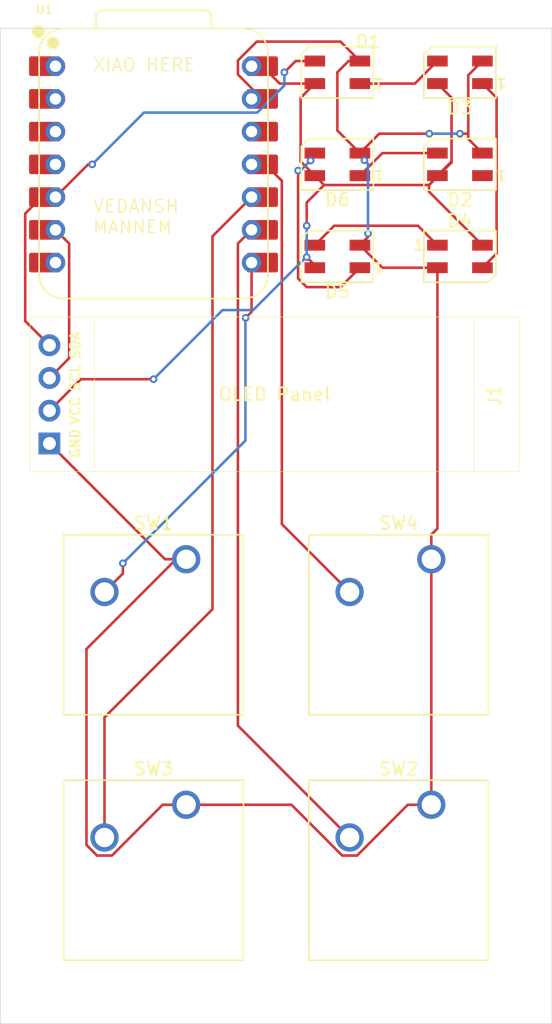
<source format=kicad_pcb>
(kicad_pcb (version 20241229) (generator "pcbnew") (generator_version "9.0")
  (layers (0 "F.Cu" signal) (2 "B.Cu" signal) (13 "F.Paste" user) (15 "B.Paste" user) (5 "F.SilkS" user "F.Silkscreen") (7 "B.SilkS" user "B.Silkscreen") (1 "F.Mask" user) (3 "B.Mask" user) (25 "Edge.Cuts" user))
  (net 0 "")
  (net 1 "Net-(D1-DOUT)")
  (net 2 "+5V")
  (net 3 "GND")
  (net 4 "Net-(D1-DIN)")
  (net 6 "Net-(U1-GPIO1{slash}RX)")
  (net 7 "Net-(U1-GPIO2{slash}SCK)")
  (net 8 "Net-(U1-GPIO4{slash}MISO)")
  (net 9 "Net-(U1-GPIO3{slash}MOSI)")
  (net 12 "Net-(J1-Pin_3)")
  (net 17 "Net-(D2-DIN)")
  (net 18 "Net-(D3-DOUT)")
  (net 19 "Net-(D4-DOUT)")
  (net 20 "Net-(D5-DOUT)")
  (footprint "Button_Switch_Keyboard:SW_Cherry_MX_1.00u_PCB" (layer "F.Cu") (at 162.08375 80.645)
    (property "Reference" "SW3" (at -2.54 -2.794 0) (layer "F.SilkS"))
    (property "Value" "SW_Push")
    (fp_line (start -9.525 -1.905) (end 4.445 -1.905) (stroke (width 0.12)) (layer "F.SilkS"))
    (fp_line (start -9.525 12.065) (end -9.525 -1.905) (stroke (width 0.12)) (layer "F.SilkS"))
    (fp_line (start 4.445 -1.905) (end 4.445 12.065) (stroke (width 0.12)) (layer "F.SilkS"))
    (fp_line (start 4.445 12.065) (end -9.525 12.065) (stroke (width 0.12)) (layer "F.SilkS"))
    (pad "" np_thru_hole circle (at -7.62 5.08) (size 1.7 1.7) (drill 1.7) (layers "*.Cu" "*.Mask"))
    (pad "" np_thru_hole circle (at -2.54 5.08) (size 4 4) (drill 4) (layers "*.Cu" "*.Mask"))
    (pad "" np_thru_hole circle (at 2.54 5.08) (size 1.7 1.7) (drill 1.7) (layers "*.Cu" "*.Mask"))
    (pad "1" thru_hole circle (at 0 0) (size 2.2 2.2) (drill 1.5) (layers "*.Cu" "*.Mask") (net 3 "GND"))
    (pad "2" thru_hole circle (at -6.35 2.54) (size 2.2 2.2) (drill 1.5) (layers "*.Cu" "*.Mask") (net 8 "Net-(U1-GPIO4{slash}MISO)"))
  )
  (footprint "LED_SMD:LED_SK6812MINI_PLCC4_3.5x3.5mm_P1.75mm" (layer "F.Cu") (at 183.35625 30.95625 180)
    (property "Reference" "D2" (at 0 -2.75 0) (layer "F.SilkS"))
    (property "Value" "SK6812MINI")
    (fp_line (start 2.8 1.4) (end 2.8 -2) (stroke (width 0.12)) (layer "F.SilkS"))
    (fp_line (start 2.8 1.4) (end 2.2 2) (stroke (width 0.12)) (layer "F.SilkS"))
    (fp_line (start -2.8 2) (end 2.2 2) (stroke (width 0.12)) (layer "F.SilkS"))
    (fp_line (start -2.8 -2) (end 2.8 -2) (stroke (width 0.12)) (layer "F.SilkS"))
    (fp_line (start -2.8 -2) (end -2.8 2) (stroke (width 0.12)) (layer "F.SilkS"))
    (fp_text user "1" (at -3.2 -0.875 180) (layer "F.SilkS") (effects (font (size 0.8 0.8))))
    (pad "1" smd rect (at -1.75 -0.875 180) (size 1.6 0.85) (layers "F.Cu" "F.Mask" "F.Paste"))
    (pad "2" smd rect (at -1.75 0.875 180) (size 1.6 0.85) (layers "F.Cu" "F.Mask" "F.Paste") (net 3 "GND"))
    (pad "3" smd rect (at 1.75 0.875 180) (size 1.6 0.85) (layers "F.Cu" "F.Mask" "F.Paste") (net 17 "Net-(D2-DIN)"))
    (pad "4" smd rect (at 1.75 -0.875 180) (size 1.6 0.85) (layers "F.Cu" "F.Mask" "F.Paste") (net 2 "+5V"))
  )
  (footprint "Button_Switch_Keyboard:SW_Cherry_MX_1.00u_PCB" (layer "F.Cu") (at 181.13375 80.645)
    (property "Reference" "SW2" (at -2.54 -2.794 0) (layer "F.SilkS"))
    (property "Value" "SW_Push")
    (fp_line (start -9.525 -1.905) (end 4.445 -1.905) (stroke (width 0.12)) (layer "F.SilkS"))
    (fp_line (start -9.525 12.065) (end -9.525 -1.905) (stroke (width 0.12)) (layer "F.SilkS"))
    (fp_line (start 4.445 -1.905) (end 4.445 12.065) (stroke (width 0.12)) (layer "F.SilkS"))
    (fp_line (start 4.445 12.065) (end -9.525 12.065) (stroke (width 0.12)) (layer "F.SilkS"))
    (pad "" np_thru_hole circle (at -7.62 5.08) (size 1.7 1.7) (drill 1.7) (layers "*.Cu" "*.Mask"))
    (pad "" np_thru_hole circle (at -2.54 5.08) (size 4 4) (drill 4) (layers "*.Cu" "*.Mask"))
    (pad "" np_thru_hole circle (at 2.54 5.08) (size 1.7 1.7) (drill 1.7) (layers "*.Cu" "*.Mask"))
    (pad "1" thru_hole circle (at 0 0) (size 2.2 2.2) (drill 1.5) (layers "*.Cu" "*.Mask") (net 3 "GND"))
    (pad "2" thru_hole circle (at -6.35 2.54) (size 2.2 2.2) (drill 1.5) (layers "*.Cu" "*.Mask") (net 7 "Net-(U1-GPIO2{slash}SCK)"))
  )
  (footprint "Button_Switch_Keyboard:SW_Cherry_MX_1.00u_PCB" (layer "F.Cu") (at 162.08375 61.595)
    (property "Reference" "SW1" (at -2.54 -2.794 0) (layer "F.SilkS"))
    (property "Value" "SW_Push")
    (fp_line (start -9.525 -1.905) (end 4.445 -1.905) (stroke (width 0.12)) (layer "F.SilkS"))
    (fp_line (start -9.525 12.065) (end -9.525 -1.905) (stroke (width 0.12)) (layer "F.SilkS"))
    (fp_line (start 4.445 -1.905) (end 4.445 12.065) (stroke (width 0.12)) (layer "F.SilkS"))
    (fp_line (start 4.445 12.065) (end -9.525 12.065) (stroke (width 0.12)) (layer "F.SilkS"))
    (pad "" np_thru_hole circle (at -7.62 5.08) (size 1.7 1.7) (drill 1.7) (layers "*.Cu" "*.Mask"))
    (pad "" np_thru_hole circle (at -2.54 5.08) (size 4 4) (drill 4) (layers "*.Cu" "*.Mask"))
    (pad "" np_thru_hole circle (at 2.54 5.08) (size 1.7 1.7) (drill 1.7) (layers "*.Cu" "*.Mask"))
    (pad "1" thru_hole circle (at 0 0) (size 2.2 2.2) (drill 1.5) (layers "*.Cu" "*.Mask") (net 3 "GND"))
    (pad "2" thru_hole circle (at -6.35 2.54) (size 2.2 2.2) (drill 1.5) (layers "*.Cu" "*.Mask") (net 6 "Net-(U1-GPIO1{slash}RX)"))
  )
  (footprint "Button_Switch_Keyboard:SW_Cherry_MX_1.00u_PCB" (layer "F.Cu") (at 181.13375 61.595)
    (property "Reference" "SW4" (at -2.54 -2.794 0) (layer "F.SilkS"))
    (property "Value" "SW_Push")
    (fp_line (start -9.525 -1.905) (end 4.445 -1.905) (stroke (width 0.12)) (layer "F.SilkS"))
    (fp_line (start -9.525 12.065) (end -9.525 -1.905) (stroke (width 0.12)) (layer "F.SilkS"))
    (fp_line (start 4.445 -1.905) (end 4.445 12.065) (stroke (width 0.12)) (layer "F.SilkS"))
    (fp_line (start 4.445 12.065) (end -9.525 12.065) (stroke (width 0.12)) (layer "F.SilkS"))
    (pad "" np_thru_hole circle (at -7.62 5.08) (size 1.7 1.7) (drill 1.7) (layers "*.Cu" "*.Mask"))
    (pad "" np_thru_hole circle (at -2.54 5.08) (size 4 4) (drill 4) (layers "*.Cu" "*.Mask"))
    (pad "" np_thru_hole circle (at 2.54 5.08) (size 1.7 1.7) (drill 1.7) (layers "*.Cu" "*.Mask"))
    (pad "1" thru_hole circle (at 0 0) (size 2.2 2.2) (drill 1.5) (layers "*.Cu" "*.Mask") (net 3 "GND"))
    (pad "2" thru_hole circle (at -6.35 2.54) (size 2.2 2.2) (drill 1.5) (layers "*.Cu" "*.Mask") (net 9 "Net-(U1-GPIO3{slash}MOSI)"))
  )
  (footprint "LED_SMD:LED_SK6812MINI_PLCC4_3.5x3.5mm_P1.75mm" (layer "F.Cu") (at 173.83125 23.8125 180)
    (property "Reference" "D1" (at -2.38125 2.38125 0) (layer "F.SilkS"))
    (property "Value" "SK6812MINI")
    (fp_line (start 2.8 1.4) (end 2.8 -2) (stroke (width 0.12)) (layer "F.SilkS"))
    (fp_line (start 2.8 1.4) (end 2.2 2) (stroke (width 0.12)) (layer "F.SilkS"))
    (fp_line (start -2.8 2) (end 2.2 2) (stroke (width 0.12)) (layer "F.SilkS"))
    (fp_line (start -2.8 -2) (end 2.8 -2) (stroke (width 0.12)) (layer "F.SilkS"))
    (fp_line (start -2.8 -2) (end -2.8 2) (stroke (width 0.12)) (layer "F.SilkS"))
    (fp_text user "1" (at -3.2 -0.875 180) (layer "F.SilkS") (effects (font (size 0.8 0.8))))
    (pad "1" smd rect (at -1.75 -0.875 180) (size 1.6 0.85) (layers "F.Cu" "F.Mask" "F.Paste") (net 1 "Net-(D1-DOUT)"))
    (pad "2" smd rect (at -1.75 0.875 180) (size 1.6 0.85) (layers "F.Cu" "F.Mask" "F.Paste") (net 3 "GND"))
    (pad "3" smd rect (at 1.75 0.875 180) (size 1.6 0.85) (layers "F.Cu" "F.Mask" "F.Paste") (net 4 "Net-(D1-DIN)"))
    (pad "4" smd rect (at 1.75 -0.875 180) (size 1.6 0.85) (layers "F.Cu" "F.Mask" "F.Paste") (net 2 "+5V"))
  )
  (footprint "LED_SMD:LED_SK6812MINI_PLCC4_3.5x3.5mm_P1.75mm" (layer "F.Cu") (at 173.83125 30.95625 180)
    (property "Reference" "D6" (at 0 -2.75 0) (layer "F.SilkS"))
    (property "Value" "SK6812MINI")
    (fp_line (start 2.8 1.4) (end 2.8 -2) (stroke (width 0.12)) (layer "F.SilkS"))
    (fp_line (start 2.8 1.4) (end 2.2 2) (stroke (width 0.12)) (layer "F.SilkS"))
    (fp_line (start -2.8 2) (end 2.2 2) (stroke (width 0.12)) (layer "F.SilkS"))
    (fp_line (start -2.8 -2) (end 2.8 -2) (stroke (width 0.12)) (layer "F.SilkS"))
    (fp_line (start -2.8 -2) (end -2.8 2) (stroke (width 0.12)) (layer "F.SilkS"))
    (fp_text user "1" (at -3.2 -0.875 180) (layer "F.SilkS") (effects (font (size 0.8 0.8))))
    (pad "1" smd rect (at -1.75 -0.875 180) (size 1.6 0.85) (layers "F.Cu" "F.Mask" "F.Paste") (net 17 "Net-(D2-DIN)"))
    (pad "2" smd rect (at -1.75 0.875 180) (size 1.6 0.85) (layers "F.Cu" "F.Mask" "F.Paste") (net 3 "GND"))
    (pad "3" smd rect (at 1.75 0.875 180) (size 1.6 0.85) (layers "F.Cu" "F.Mask" "F.Paste") (net 20 "Net-(D5-DOUT)"))
    (pad "4" smd rect (at 1.75 -0.875 180) (size 1.6 0.85) (layers "F.Cu" "F.Mask" "F.Paste") (net 2 "+5V"))
  )
  (footprint "LED_SMD:LED_SK6812MINI_PLCC4_3.5x3.5mm_P1.75mm" (layer "F.Cu") (at 173.83125 38.1 180)
    (property "Reference" "D5" (at 0 -2.75 0) (layer "F.SilkS"))
    (property "Value" "SK6812MINI")
    (fp_line (start 2.8 1.4) (end 2.8 -2) (stroke (width 0.12)) (layer "F.SilkS"))
    (fp_line (start 2.8 1.4) (end 2.2 2) (stroke (width 0.12)) (layer "F.SilkS"))
    (fp_line (start -2.8 2) (end 2.2 2) (stroke (width 0.12)) (layer "F.SilkS"))
    (fp_line (start -2.8 -2) (end 2.8 -2) (stroke (width 0.12)) (layer "F.SilkS"))
    (fp_line (start -2.8 -2) (end -2.8 2) (stroke (width 0.12)) (layer "F.SilkS"))
    (fp_text user "1" (at -3.2 -0.875 180) (layer "F.SilkS") (effects (font (size 0.8 0.8))))
    (pad "1" smd rect (at -1.75 -0.875 180) (size 1.6 0.85) (layers "F.Cu" "F.Mask" "F.Paste") (net 20 "Net-(D5-DOUT)"))
    (pad "2" smd rect (at -1.75 0.875 180) (size 1.6 0.85) (layers "F.Cu" "F.Mask" "F.Paste") (net 3 "GND"))
    (pad "3" smd rect (at 1.75 0.875 180) (size 1.6 0.85) (layers "F.Cu" "F.Mask" "F.Paste") (net 19 "Net-(D4-DOUT)"))
    (pad "4" smd rect (at 1.75 -0.875 180) (size 1.6 0.85) (layers "F.Cu" "F.Mask" "F.Paste") (net 2 "+5V"))
  )
  (footprint "LED_SMD:LED_SK6812MINI_PLCC4_3.5x3.5mm_P1.75mm" (layer "F.Cu") (at 183.35625 38.1)
    (property "Reference" "D4" (at 0 -2.75 0) (layer "F.SilkS"))
    (property "Value" "SK6812MINI")
    (fp_line (start -2.8 -2) (end -2.8 2) (stroke (width 0.12)) (layer "F.SilkS"))
    (fp_line (start -2.8 -2) (end 2.8 -2) (stroke (width 0.12)) (layer "F.SilkS"))
    (fp_line (start -2.8 2) (end 2.2 2) (stroke (width 0.12)) (layer "F.SilkS"))
    (fp_line (start 2.8 1.4) (end 2.2 2) (stroke (width 0.12)) (layer "F.SilkS"))
    (fp_line (start 2.8 1.4) (end 2.8 -2) (stroke (width 0.12)) (layer "F.SilkS"))
    (fp_text user "1" (at -3.2 -0.875 0) (layer "F.SilkS") (effects (font (size 0.8 0.8))))
    (pad "1" smd rect (at -1.75 -0.875) (size 1.6 0.85) (layers "F.Cu" "F.Mask" "F.Paste") (net 19 "Net-(D4-DOUT)"))
    (pad "2" smd rect (at -1.75 0.875) (size 1.6 0.85) (layers "F.Cu" "F.Mask" "F.Paste") (net 3 "GND"))
    (pad "3" smd rect (at 1.75 0.875) (size 1.6 0.85) (layers "F.Cu" "F.Mask" "F.Paste") (net 18 "Net-(D3-DOUT)"))
    (pad "4" smd rect (at 1.75 -0.875) (size 1.6 0.85) (layers "F.Cu" "F.Mask" "F.Paste") (net 2 "+5V"))
  )
  (footprint "LED_SMD:LED_SK6812MINI_PLCC4_3.5x3.5mm_P1.75mm" (layer "F.Cu") (at 183.35625 23.8125 180)
    (property "Reference" "D3" (at 0 -2.75 0) (layer "F.SilkS"))
    (property "Value" "SK6812MINI")
    (fp_line (start 2.8 1.4) (end 2.8 -2) (stroke (width 0.12)) (layer "F.SilkS"))
    (fp_line (start 2.8 1.4) (end 2.2 2) (stroke (width 0.12)) (layer "F.SilkS"))
    (fp_line (start -2.8 2) (end 2.2 2) (stroke (width 0.12)) (layer "F.SilkS"))
    (fp_line (start -2.8 -2) (end 2.8 -2) (stroke (width 0.12)) (layer "F.SilkS"))
    (fp_line (start -2.8 -2) (end -2.8 2) (stroke (width 0.12)) (layer "F.SilkS"))
    (fp_text user "1" (at -3.2 -0.875 180) (layer "F.SilkS") (effects (font (size 0.8 0.8))))
    (pad "1" smd rect (at -1.75 -0.875 180) (size 1.6 0.85) (layers "F.Cu" "F.Mask" "F.Paste") (net 18 "Net-(D3-DOUT)"))
    (pad "2" smd rect (at -1.75 0.875 180) (size 1.6 0.85) (layers "F.Cu" "F.Mask" "F.Paste") (net 3 "GND"))
    (pad "3" smd rect (at 1.75 0.875 180) (size 1.6 0.85) (layers "F.Cu" "F.Mask" "F.Paste") (net 1 "Net-(D1-DOUT)"))
    (pad "4" smd rect (at 1.75 -0.875 180) (size 1.6 0.85) (layers "F.Cu" "F.Mask" "F.Paste") (net 2 "+5V"))
  )
  (footprint "OLED:SSD1306-0.91-OLED-4pin-128x32" (layer "F.Cu") (at 187.95375 54.8 180)
    (property "Reference" "J1" (at 1.9 5.91 90) (layer "F.SilkS"))
    (property "Value" "Conn_01x04")
    (fp_line (start 38 12) (end 38 0) (stroke (width 0.04)) (layer "F.SilkS"))
    (fp_line (start 38 0) (end 0 0) (stroke (width 0.04)) (layer "F.SilkS"))
    (fp_line (start 33 0) (end 33 12) (stroke (width 0.04)) (layer "F.SilkS"))
    (fp_line (start 3.5 0) (end 3.5 12) (stroke (width 0.04)) (layer "F.SilkS"))
    (fp_line (start 0 12) (end 38 12) (stroke (width 0.04)) (layer "F.SilkS"))
    (fp_line (start 0 0) (end 0 12) (stroke (width 0.04)) (layer "F.SilkS"))
    (fp_text user "VCC" (at 34.5 4.73 90) (layer "F.SilkS") (effects (font (size 0.75 0.75))))
    (fp_text user "OLED Panel" (at 19 6 0) (layer "F.SilkS"))
    (fp_text user "SCL" (at 34.5 7.27 90) (layer "F.SilkS") (effects (font (size 0.75 0.75))))
    (fp_text user "GND" (at 34.5 2.19 90) (layer "F.SilkS") (effects (font (size 0.75 0.75))))
    (fp_text user "SDA" (at 34.5 9.81 90) (layer "F.SilkS") (effects (font (size 0.75 0.75))))
    (pad "1" thru_hole rect (at 36.5 2.19 180) (size 1.7 1.7) (drill 1) (layers "*.Cu" "*.Mask") (net 3 "GND"))
    (pad "2" thru_hole oval (at 36.5 4.73 180) (size 1.7 1.7) (drill 1) (layers "*.Cu" "*.Mask") (net 2 "+5V"))
    (pad "3" thru_hole oval (at 36.5 7.27 180) (size 1.7 1.7) (drill 1) (layers "*.Cu" "*.Mask") (net 12 "Net-(J1-Pin_3)"))
    (pad "4" thru_hole oval (at 36.5 9.81 180) (size 1.7 1.7) (drill 1) (layers "*.Cu" "*.Mask") (net 4 "Net-(D1-DIN)"))
  )
  (footprint "OPL:XIAO-RP2040-DIP" (layer "F.Cu") (at 159.54375 30.95625)
    (property "Reference" "U1" (at -8.5 -12 0) (layer "F.SilkS") (effects (font (size 0.635 0.635) (thickness 0.1016))))
    (property "Value" "XIAO-RP2040-DIP")
    (fp_line (start -8.89 8.509) (end -8.89 -8.636) (stroke (width 0.127)) (layer "F.SilkS"))
    (fp_line (start -6.985 10.414) (end 6.985 10.414) (stroke (width 0.127)) (layer "F.SilkS"))
    (fp_line (start -4.495 -10.541) (end -4.491272 -11.451272) (stroke (width 0.127)) (layer "F.SilkS"))
    (fp_line (start -3.991272 -11.951) (end 4.004 -11.951) (stroke (width 0.127)) (layer "F.SilkS"))
    (fp_line (start 4.504 -11.451) (end 4.504 -10.541) (stroke (width 0.127)) (layer "F.SilkS"))
    (fp_line (start 6.985 -10.541) (end -6.985 -10.541) (stroke (width 0.1)) (layer "F.SilkS"))
    (fp_line (start 6.985 -10.541) (end -6.985 -10.541) (stroke (width 0.127)) (layer "F.SilkS"))
    (fp_line (start 8.89 8.509) (end 8.89 -8.636) (stroke (width 0.127)) (layer "F.SilkS"))
    (fp_arc (start -8.89 -8.636) (mid -8.332038 -9.983038) (end -6.985 -10.541) (stroke (width 0.127)) (layer "F.SilkS"))
    (fp_arc (start -6.985 10.414) (mid -8.332038 9.856038) (end -8.89 8.509) (stroke (width 0.127)) (layer "F.SilkS"))
    (fp_arc (start -4.491272 -11.451272) (mid -4.344728 -11.80464) (end -3.991272 -11.951) (stroke (width 0.127)) (layer "F.SilkS"))
    (fp_arc (start 4.004 -11.951) (mid 4.357553 -11.804553) (end 4.504 -11.451) (stroke (width 0.127)) (layer "F.SilkS"))
    (fp_arc (start 6.985 -10.541) (mid 8.332038 -9.983038) (end 8.89 -8.636) (stroke (width 0.127)) (layer "F.SilkS"))
    (fp_arc (start 8.89 8.509) (mid 8.332038 9.856038) (end 6.985 10.414) (stroke (width 0.127)) (layer "F.SilkS"))
    (fp_circle (center -8.95 -10.3) (end -8.95 -10.554) (stroke (width 0.5)) (fill yes) (layer "F.SilkS"))
    (fp_circle (center -7.807 -9.42) (end -7.807 -9.674) (stroke (width 0.5)) (fill yes) (layer "F.SilkS"))
    (pad "1" smd roundrect (at -8.455 -7.62 180) (size 2.432 1.524) (layers "F.Cu" "F.Mask") (roundrect_rratio 0.1))
    (pad "1" thru_hole circle (at -7.62 -7.62 180) (size 1.524 1.524) (drill 0.889) (layers "*.Cu" "*.Mask"))
    (pad "2" smd roundrect (at -8.455 -5.08 180) (size 2.432 1.524) (layers "F.Cu" "F.Mask") (roundrect_rratio 0.1))
    (pad "2" thru_hole circle (at -7.62 -5.08 180) (size 1.524 1.524) (drill 0.889) (layers "*.Cu" "*.Mask"))
    (pad "3" smd roundrect (at -8.455 -2.54 180) (size 2.432 1.524) (layers "F.Cu" "F.Mask") (roundrect_rratio 0.1))
    (pad "3" thru_hole circle (at -7.62 -2.54 180) (size 1.524 1.524) (drill 0.889) (layers "*.Cu" "*.Mask"))
    (pad "4" smd roundrect (at -8.455 0 180) (size 2.432 1.524) (layers "F.Cu" "F.Mask") (roundrect_rratio 0.1))
    (pad "4" thru_hole circle (at -7.62 0 180) (size 1.524 1.524) (drill 0.889) (layers "*.Cu" "*.Mask"))
    (pad "5" smd roundrect (at -8.455 2.54 180) (size 2.432 1.524) (layers "F.Cu" "F.Mask") (roundrect_rratio 0.1) (net 4 "Net-(D1-DIN)"))
    (pad "5" thru_hole circle (at -7.62 2.54 180) (size 1.524 1.524) (drill 0.889) (layers "*.Cu" "*.Mask") (net 4 "Net-(D1-DIN)"))
    (pad "6" smd roundrect (at -8.455 5.08 180) (size 2.432 1.524) (layers "F.Cu" "F.Mask") (roundrect_rratio 0.1) (net 12 "Net-(J1-Pin_3)"))
    (pad "6" thru_hole circle (at -7.62 5.08 180) (size 1.524 1.524) (drill 0.889) (layers "*.Cu" "*.Mask") (net 12 "Net-(J1-Pin_3)"))
    (pad "7" smd roundrect (at -8.455 7.62 180) (size 2.432 1.524) (layers "F.Cu" "F.Mask") (roundrect_rratio 0.1))
    (pad "7" thru_hole circle (at -7.62 7.62 180) (size 1.524 1.524) (drill 0.889) (layers "*.Cu" "*.Mask"))
    (pad "8" thru_hole circle (at 7.62 7.62) (size 1.524 1.524) (drill 0.889) (layers "*.Cu" "*.Mask") (net 6 "Net-(U1-GPIO1{slash}RX)"))
    (pad "8" smd roundrect (at 8.455 7.62) (size 2.432 1.524) (layers "F.Cu" "F.Mask") (roundrect_rratio 0.1) (net 6 "Net-(U1-GPIO1{slash}RX)"))
    (pad "9" thru_hole circle (at 7.62 5.08) (size 1.524 1.524) (drill 0.889) (layers "*.Cu" "*.Mask") (net 7 "Net-(U1-GPIO2{slash}SCK)"))
    (pad "9" smd roundrect (at 8.455 5.08) (size 2.432 1.524) (layers "F.Cu" "F.Mask") (roundrect_rratio 0.1) (net 7 "Net-(U1-GPIO2{slash}SCK)"))
    (pad "10" thru_hole circle (at 7.62 2.54) (size 1.524 1.524) (drill 0.889) (layers "*.Cu" "*.Mask") (net 8 "Net-(U1-GPIO4{slash}MISO)"))
    (pad "10" smd roundrect (at 8.455 2.54) (size 2.432 1.524) (layers "F.Cu" "F.Mask") (roundrect_rratio 0.1) (net 8 "Net-(U1-GPIO4{slash}MISO)"))
    (pad "11" thru_hole circle (at 7.62 0) (size 1.524 1.524) (drill 0.889) (layers "*.Cu" "*.Mask") (net 9 "Net-(U1-GPIO3{slash}MOSI)"))
    (pad "11" smd roundrect (at 8.455 0) (size 2.432 1.524) (layers "F.Cu" "F.Mask") (roundrect_rratio 0.1) (net 9 "Net-(U1-GPIO3{slash}MOSI)"))
    (pad "12" thru_hole circle (at 7.62 -2.54) (size 1.524 1.524) (drill 0.889) (layers "*.Cu" "*.Mask"))
    (pad "12" smd roundrect (at 8.455 -2.54) (size 2.432 1.524) (layers "F.Cu" "F.Mask") (roundrect_rratio 0.1))
    (pad "13" thru_hole circle (at 7.62 -5.08) (size 1.524 1.524) (drill 0.889) (layers "*.Cu" "*.Mask") (net 3 "GND"))
    (pad "13" smd roundrect (at 8.455 -5.08) (size 2.432 1.524) (layers "F.Cu" "F.Mask") (roundrect_rratio 0.1) (net 3 "GND"))
    (pad "14" thru_hole circle (at 7.62 -7.62) (size 1.524 1.524) (drill 0.889) (layers "*.Cu" "*.Mask") (net 2 "+5V"))
    (pad "14" smd roundrect (at 8.455 -7.62) (size 2.432 1.524) (layers "F.Cu" "F.Mask") (roundrect_rratio 0.1) (net 2 "+5V"))
  )
  (gr_rect (start 147.6375 20.4) (end 190.5 97.63125) (stroke (width 0.05)) (fill no) (layer "Edge.Cuts"))
  (gr_text "VEDANSH\nMANNEM" (at 154.78125 36.4 0) (layer "F.SilkS") (effects (font (size 1 1) (thickness 0.1)) (justify left bottom)))
  (gr_text "XIAO HERE" (at 154.78125 23.8125 0) (layer "F.SilkS") (effects (font (size 1 1) (thickness 0.1)) (justify left bottom)))
  (segment (start 179.85625 24.6875) (end 181.60625 22.9375) (width 0.2) (layer "F.Cu") (net 1))
  (segment (start 175.58125 24.6875) (end 179.85625 24.6875) (width 0.2) (layer "F.Cu") (net 1))
  (segment (start 172.08125 24.6875) (end 170.98025 25.7885) (width 0.2) (layer "F.Cu") (net 2))
  (segment (start 169.35 24.6875) (end 167.99875 23.33625) (width 0.2) (layer "F.Cu") (net 2))
  (segment (start 172.80725 32.55725) (end 171.45 33.9145) (width 0.2) (layer "F.Cu") (net 2))
  (segment (start 172.08125 24.6875) (end 169.35 24.6875) (width 0.2) (layer "F.Cu") (net 2))
  (segment (start 151.45375 50.07) (end 153.89875 47.625) (width 0.2) (layer "F.Cu") (net 2))
  (segment (start 170.98025 25.7885) (end 170.98025 30.73025) (width 0.2) (layer "F.Cu") (net 2))
  (segment (start 170.98025 30.73025) (end 172.08125 31.83125) (width 0.2) (layer "F.Cu") (net 2))
  (segment (start 180.95725 32.55725) (end 172.80725 32.55725) (width 0.2) (layer "F.Cu") (net 2))
  (segment (start 182.70725 25.7885) (end 182.70725 30.73025) (width 0.2) (layer "F.Cu") (net 2))
  (segment (start 172.08125 38.975) (end 172.08125 38.781252) (width 0.2) (layer "F.Cu") (net 2))
  (segment (start 182.70725 30.80725) (end 180.95725 32.55725) (width 0.2) (layer "F.Cu") (net 2))
  (segment (start 180.95725 33.076) (end 180.95725 32.55725) (width 0.2) (layer "F.Cu") (net 2))
  (segment (start 185.10625 37.225) (end 180.95725 33.076) (width 0.2) (layer "F.Cu") (net 2))
  (segment (start 182.70725 30.73025) (end 181.60625 31.83125) (width 0.2) (layer "F.Cu") (net 2))
  (segment (start 172.80725 32.55725) (end 172.08125 31.83125) (width 0.2) (layer "F.Cu") (net 2))
  (segment (start 171.45 33.9145) (end 171.45 35.71875) (width 0.2) (layer "F.Cu") (net 2))
  (segment (start 153.89875 47.625) (end 159.54375 47.625) (width 0.2) (layer "F.Cu") (net 2))
  (segment (start 182.70725 25.7885) (end 182.70725 30.80725) (width 0.2) (layer "F.Cu") (net 2))
  (segment (start 172.08125 38.781252) (end 171.45 38.150002) (width 0.2) (layer "F.Cu") (net 2))
  (segment (start 181.60625 24.6875) (end 182.70725 25.7885) (width 0.2) (layer "F.Cu") (net 2))
  (via (at 171.45 38.150002) (size 0.6) (drill 0.3) (layers "F.Cu" "B.Cu") (net 2))
  (via (at 171.45 35.71875) (size 0.6) (drill 0.3) (layers "F.Cu" "B.Cu") (net 2))
  (via (at 159.54375 47.625) (size 0.6) (drill 0.3) (layers "F.Cu" "B.Cu") (net 2))
  (segment (start 167.2885 42.2615) (end 171.45 38.1) (width 0.2) (layer "B.Cu") (net 2))
  (segment (start 164.90725 42.2615) (end 167.2885 42.2615) (width 0.2) (layer "B.Cu") (net 2))
  (segment (start 159.54375 47.625) (end 164.90725 42.2615) (width 0.2) (layer "B.Cu") (net 2))
  (segment (start 171.45 35.71875) (end 171.45 38.150002) (width 0.2) (layer "B.Cu") (net 2))
  (segment (start 176.2125 36.59375) (end 176.2125 36.11975) (width 0.2) (layer "F.Cu") (net 3))
  (segment (start 162.08375 80.645) (end 160.255064 80.645) (width 0.2) (layer "F.Cu") (net 3))
  (segment (start 154.33275 83.765314) (end 154.33275 68.561184) (width 0.2) (layer "F.Cu") (net 3))
  (segment (start 177.33125 38.975) (end 175.58125 37.225) (width 0.2) (layer "F.Cu") (net 3))
  (segment (start 175.58125 30.08125) (end 177.0875 28.575) (width 0.2) (layer "F.Cu") (net 3))
  (segment (start 167.99875 25.87625) (end 167.16375 25.87625) (width 0.2) (layer "F.Cu") (net 3))
  (segment (start 174.203436 84.586) (end 170.262436 80.645) (width 0.2) (layer "F.Cu") (net 3))
  (segment (start 167.99875 25.87625) (end 166.10075 23.97825) (width 0.2) (layer "F.Cu") (net 3))
  (segment (start 175.935111 30.628859) (end 175.935111 30.435111) (width 0.2) (layer "F.Cu") (net 3))
  (segment (start 184.00525 24.0385) (end 185.10625 22.9375) (width 0.2) (layer "F.Cu") (net 3))
  (segment (start 167.56544 21.43125) (end 174.075 21.43125) (width 0.2) (layer "F.Cu") (net 3))
  (segment (start 183.35625 28.575) (end 184.00525 28.575) (width 0.2) (layer "F.Cu") (net 3))
  (segment (start 175.58125 30.08125) (end 173.83125 28.33125) (width 0.2) (layer "F.Cu") (net 3))
  (segment (start 174.075 21.43125) (end 175.58125 22.9375) (width 0.2) (layer "F.Cu") (net 3))
  (segment (start 184.00525 28.98025) (end 184.00525 28.575) (width 0.2) (layer "F.Cu") (net 3))
  (segment (start 179.305064 80.645) (end 175.364064 84.586) (width 0.2) (layer "F.Cu") (net 3))
  (segment (start 160.255064 80.645) (end 156.314064 84.586) (width 0.2) (layer "F.Cu") (net 3))
  (segment (start 156.314064 84.586) (end 155.153436 84.586) (width 0.2) (layer "F.Cu") (net 3))
  (segment (start 160.43875 61.595) (end 151.45375 52.61) (width 0.2) (layer "F.Cu") (net 3))
  (segment (start 173.83125 28.33125) (end 173.83125 24.7645) (width 0.2) (layer "F.Cu") (net 3))
  (segment (start 162.08375 61.595) (end 160.43875 61.595) (width 0.2) (layer "F.Cu") (net 3))
  (segment (start 173.83125 23.8125) (end 174.70625 22.9375) (width 0.2) (layer "F.Cu") (net 3))
  (segment (start 170.262436 80.645) (end 162.08375 80.645) (width 0.2) (layer "F.Cu") (net 3))
  (segment (start 181.13375 59.69) (end 181.60625 59.2175) (width 0.2) (layer "F.Cu") (net 3))
  (segment (start 181.13375 61.595) (end 181.13375 59.69) (width 0.2) (layer "F.Cu") (net 3))
  (segment (start 176.2125 36.59375) (end 176.2125 36.31875) (width 0.2) (layer "F.Cu") (net 3))
  (segment (start 184.00525 28.575) (end 184.00525 24.0385) (width 0.2) (layer "F.Cu") (net 3))
  (segment (start 161.298934 61.595) (end 162.08375 61.595) (width 0.2) (layer "F.Cu") (net 3))
  (segment (start 173.83125 24.7645) (end 173.83125 23.8125) (width 0.2) (layer "F.Cu") (net 3))
  (segment (start 181.60625 59.2175) (end 181.60625 38.975) (width 0.2) (layer "F.Cu") (net 3))
  (segment (start 174.70625 22.9375) (end 175.58125 22.9375) (width 0.2) (layer "F.Cu") (net 3))
  (segment (start 166.10075 23.97825) (end 166.10075 22.89594) (width 0.2) (layer "F.Cu") (net 3))
  (segment (start 175.364064 84.586) (end 174.203436 84.586) (width 0.2) (layer "F.Cu") (net 3))
  (segment (start 154.33275 68.561184) (end 161.298934 61.595) (width 0.2) (layer "F.Cu") (net 3))
  (segment (start 175.935111 30.435111) (end 175.58125 30.08125) (width 0.2) (layer "F.Cu") (net 3))
  (segment (start 166.10075 22.89594) (end 167.56544 21.43125) (width 0.2) (layer "F.Cu") (net 3))
  (segment (start 177.0875 28.575) (end 180.975 28.575) (width 0.2) (layer "F.Cu") (net 3))
  (segment (start 181.13375 80.645) (end 179.305064 80.645) (width 0.2) (layer "F.Cu") (net 3))
  (segment (start 181.60625 38.975) (end 177.33125 38.975) (width 0.2) (layer "F.Cu") (net 3))
  (segment (start 175.58125 37.225) (end 176.2125 36.59375) (width 0.2) (layer "F.Cu") (net 3))
  (segment (start 181.13375 61.595) (end 181.13375 80.645) (width 0.2) (layer "F.Cu") (net 3))
  (segment (start 155.153436 84.586) (end 154.33275 83.765314) (width 0.2) (layer "F.Cu") (net 3))
  (segment (start 185.10625 30.08125) (end 184.00525 28.98025) (width 0.2) (layer "F.Cu") (net 3))
  (via (at 183.35625 28.575) (size 0.6) (drill 0.3) (layers "F.Cu" "B.Cu") (net 3))
  (via (at 176.2125 36.31875) (size 0.6) (drill 0.3) (layers "F.Cu" "B.Cu") (net 3))
  (via (at 175.935111 30.628859) (size 0.6) (drill 0.3) (layers "F.Cu" "B.Cu") (net 3))
  (via (at 180.975 28.575) (size 0.6) (drill 0.3) (layers "F.Cu" "B.Cu") (net 3))
  (segment (start 180.975 28.575) (end 183.35625 28.575) (width 0.2) (layer "B.Cu") (net 3))
  (segment (start 176.2125 30.906248) (end 175.935111 30.628859) (width 0.2) (layer "B.Cu") (net 3))
  (segment (start 176.2125 36.31875) (end 176.2125 30.906248) (width 0.2) (layer "B.Cu") (net 3))
  (segment (start 149.57175 43.108) (end 151.45375 44.99) (width 0.2) (layer "F.Cu") (net 4))
  (segment (start 172.08125 22.9375) (end 170.58975 22.9375) (width 0.2) (layer "F.Cu") (net 4))
  (segment (start 154.46375 30.95625) (end 154.78125 30.95625) (width 0.2) (layer "F.Cu") (net 4))
  (segment (start 151.92375 33.49625) (end 154.46375 30.95625) (width 0.2) (layer "F.Cu") (net 4))
  (segment (start 149.57175 34.77062) (end 149.57175 43.108) (width 0.2) (layer "F.Cu") (net 4))
  (segment (start 170.58975 22.9375) (end 169.71475 23.8125) (width 0.2) (layer "F.Cu") (net 4))
  (segment (start 150.84612 33.49625) (end 149.57175 34.77062) (width 0.2) (layer "F.Cu") (net 4))
  (segment (start 151.92375 33.49625) (end 150.84612 33.49625) (width 0.2) (layer "F.Cu") (net 4))
  (via (at 154.78125 30.95625) (size 0.6) (drill 0.3) (layers "F.Cu" "B.Cu") (net 4))
  (via (at 169.71475 23.8125) (size 0.6) (drill 0.3) (layers "F.Cu" "B.Cu") (net 4))
  (segment (start 169.71475 23.8125) (end 169.71475 24.82856) (width 0.2) (layer "B.Cu") (net 4))
  (segment (start 167.60406 26.93925) (end 158.79825 26.93925) (width 0.2) (layer "B.Cu") (net 4))
  (segment (start 169.71475 24.82856) (end 167.60406 26.93925) (width 0.2) (layer "B.Cu") (net 4))
  (segment (start 158.79825 26.93925) (end 154.78125 30.95625) (width 0.2) (layer "B.Cu") (net 4))
  (segment (start 166.70075 42.8625) (end 167.16375 42.3995) (width 0.2) (layer "F.Cu") (net 6))
  (segment (start 157.1625 62.70625) (end 157.1625 61.9125) (width 0.2) (layer "F.Cu") (net 6))
  (segment (start 167.16375 42.3995) (end 167.16375 38.57625) (width 0.2) (layer "F.Cu") (net 6))
  (segment (start 155.73375 64.135) (end 157.1625 62.70625) (width 0.2) (layer "F.Cu") (net 6))
  (via (at 166.70075 42.8625) (size 0.6) (drill 0.3) (layers "F.Cu" "B.Cu") (net 6))
  (via (at 157.1625 61.9125) (size 0.6) (drill 0.3) (layers "F.Cu" "B.Cu") (net 6))
  (segment (start 157.1625 61.9125) (end 166.6875 52.3875) (width 0.2) (layer "B.Cu") (net 6))
  (segment (start 166.6875 52.3875) (end 166.6875 42.8625) (width 0.2) (layer "B.Cu") (net 6))
  (segment (start 166.6875 42.8625) (end 166.70075 42.8625) (width 0.2) (layer "B.Cu") (net 6))
  (segment (start 166.10075 74.502) (end 174.78375 83.185) (width 0.2) (layer "F.Cu") (net 7))
  (segment (start 166.10075 37.09925) (end 166.10075 74.502) (width 0.2) (layer "F.Cu") (net 7))
  (segment (start 167.16375 36.03625) (end 166.10075 37.09925) (width 0.2) (layer "F.Cu") (net 7))
  (segment (start 164.12628 65.474) (end 155.73375 73.86653) (width 0.2) (layer "F.Cu") (net 8))
  (segment (start 155.73375 73.86653) (end 155.73375 83.185) (width 0.2) (layer "F.Cu") (net 8))
  (segment (start 164.12628 36.53372) (end 164.12628 65.474) (width 0.2) (layer "F.Cu") (net 8))
  (segment (start 167.16375 33.49625) (end 164.12628 36.53372) (width 0.2) (layer "F.Cu") (net 8))
  (segment (start 169.51575 58.867) (end 169.51575 32.23062) (width 0.2) (layer "F.Cu") (net 9))
  (segment (start 174.78375 64.135) (end 169.51575 58.867) (width 0.2) (layer "F.Cu") (net 9))
  (segment (start 168.24138 30.95625) (end 167.16375 30.95625) (width 0.2) (layer "F.Cu") (net 9))
  (segment (start 169.51575 32.23062) (end 168.24138 30.95625) (width 0.2) (layer "F.Cu") (net 9))
  (segment (start 152.98675 37.09925) (end 152.98675 45.997) (width 0.2) (layer "F.Cu") (net 12))
  (segment (start 151.92375 36.03625) (end 152.98675 37.09925) (width 0.2) (layer "F.Cu") (net 12))
  (segment (start 152.98675 45.997) (end 151.45375 47.53) (width 0.2) (layer "F.Cu") (net 12))
  (segment (start 181.60625 30.08125) (end 177.33125 30.08125) (width 0.2) (layer "F.Cu") (net 17))
  (segment (start 177.33125 30.08125) (end 175.58125 31.83125) (width 0.2) (layer "F.Cu") (net 17))
  (segment (start 185.10625 24.6875) (end 186.20725 25.7885) (width 0.2) (layer "F.Cu") (net 18))
  (segment (start 186.20725 25.7885) (end 186.20725 37.874) (width 0.2) (layer "F.Cu") (net 18))
  (segment (start 186.20725 37.874) (end 185.10625 38.975) (width 0.2) (layer "F.Cu") (net 18))
  (segment (start 180.1 35.71875) (end 181.60625 37.225) (width 0.2) (layer "F.Cu") (net 19))
  (segment (start 173.5875 35.71875) (end 180.1 35.71875) (width 0.2) (layer "F.Cu") (net 19))
  (segment (start 172.08125 37.225) (end 173.5875 35.71875) (width 0.2) (layer "F.Cu") (net 19))
  (segment (start 175.58125 38.975) (end 174.075 40.48125) (width 0.2) (layer "F.Cu") (net 20))
  (segment (start 171.75239 30.65386) (end 171.75239 30.41011) (width 0.2) (layer "F.Cu") (net 20))
  (segment (start 171.45 40.48125) (end 170.781248 39.812498) (width 0.2) (layer "F.Cu") (net 20))
  (segment (start 170.781248 39.812498) (end 170.781248 31.438065) (width 0.2) (layer "F.Cu") (net 20))
  (segment (start 174.075 40.48125) (end 171.45 40.48125) (width 0.2) (layer "F.Cu") (net 20))
  (segment (start 171.75239 30.41011) (end 172.08125 30.08125) (width 0.2) (layer "F.Cu") (net 20))
  (via (at 170.781248 31.438065) (size 0.6) (drill 0.3) (layers "F.Cu" "B.Cu") (net 20))
  (via (at 171.75239 30.65386) (size 0.6) (drill 0.3) (layers "F.Cu" "B.Cu") (net 20))
  (segment (start 170.968185 31.438065) (end 171.75239 30.65386) (width 0.2) (layer "B.Cu") (net 20))
  (segment (start 170.781248 31.438065) (end 170.968185 31.438065) (width 0.2) (layer "B.Cu") (net 20))
)
</source>
